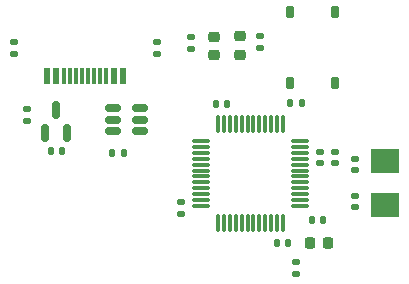
<source format=gtp>
G04 #@! TF.GenerationSoftware,KiCad,Pcbnew,(6.0.6-0)*
G04 #@! TF.CreationDate,2022-07-25T08:19:13+01:00*
G04 #@! TF.ProjectId,Spinny,5370696e-6e79-42e6-9b69-6361645f7063,rev?*
G04 #@! TF.SameCoordinates,Original*
G04 #@! TF.FileFunction,Paste,Top*
G04 #@! TF.FilePolarity,Positive*
%FSLAX46Y46*%
G04 Gerber Fmt 4.6, Leading zero omitted, Abs format (unit mm)*
G04 Created by KiCad (PCBNEW (6.0.6-0)) date 2022-07-25 08:19:13*
%MOMM*%
%LPD*%
G01*
G04 APERTURE LIST*
G04 Aperture macros list*
%AMRoundRect*
0 Rectangle with rounded corners*
0 $1 Rounding radius*
0 $2 $3 $4 $5 $6 $7 $8 $9 X,Y pos of 4 corners*
0 Add a 4 corners polygon primitive as box body*
4,1,4,$2,$3,$4,$5,$6,$7,$8,$9,$2,$3,0*
0 Add four circle primitives for the rounded corners*
1,1,$1+$1,$2,$3*
1,1,$1+$1,$4,$5*
1,1,$1+$1,$6,$7*
1,1,$1+$1,$8,$9*
0 Add four rect primitives between the rounded corners*
20,1,$1+$1,$2,$3,$4,$5,0*
20,1,$1+$1,$4,$5,$6,$7,0*
20,1,$1+$1,$6,$7,$8,$9,0*
20,1,$1+$1,$8,$9,$2,$3,0*%
G04 Aperture macros list end*
%ADD10RoundRect,0.218750X-0.256250X0.218750X-0.256250X-0.218750X0.256250X-0.218750X0.256250X0.218750X0*%
%ADD11RoundRect,0.135000X-0.185000X0.135000X-0.185000X-0.135000X0.185000X-0.135000X0.185000X0.135000X0*%
%ADD12RoundRect,0.140000X-0.140000X-0.170000X0.140000X-0.170000X0.140000X0.170000X-0.140000X0.170000X0*%
%ADD13R,2.400000X2.000000*%
%ADD14RoundRect,0.075000X0.662500X0.075000X-0.662500X0.075000X-0.662500X-0.075000X0.662500X-0.075000X0*%
%ADD15RoundRect,0.075000X0.075000X0.662500X-0.075000X0.662500X-0.075000X-0.662500X0.075000X-0.662500X0*%
%ADD16R,0.600000X1.450000*%
%ADD17R,0.300000X1.450000*%
%ADD18RoundRect,0.150000X0.150000X-0.587500X0.150000X0.587500X-0.150000X0.587500X-0.150000X-0.587500X0*%
%ADD19RoundRect,0.140000X0.140000X0.170000X-0.140000X0.170000X-0.140000X-0.170000X0.140000X-0.170000X0*%
%ADD20RoundRect,0.140000X-0.170000X0.140000X-0.170000X-0.140000X0.170000X-0.140000X0.170000X0.140000X0*%
%ADD21RoundRect,0.140000X0.170000X-0.140000X0.170000X0.140000X-0.170000X0.140000X-0.170000X-0.140000X0*%
%ADD22RoundRect,0.135000X-0.135000X-0.185000X0.135000X-0.185000X0.135000X0.185000X-0.135000X0.185000X0*%
%ADD23RoundRect,0.225000X-0.225000X-0.250000X0.225000X-0.250000X0.225000X0.250000X-0.225000X0.250000X0*%
%ADD24RoundRect,0.135000X0.185000X-0.135000X0.185000X0.135000X-0.185000X0.135000X-0.185000X-0.135000X0*%
%ADD25RoundRect,0.150000X-0.512500X-0.150000X0.512500X-0.150000X0.512500X0.150000X-0.512500X0.150000X0*%
%ADD26RoundRect,0.187500X0.187500X-0.312500X0.187500X0.312500X-0.187500X0.312500X-0.187500X-0.312500X0*%
G04 APERTURE END LIST*
D10*
G04 #@! TO.C,D1*
X160950000Y-74877500D03*
X160950000Y-76452500D03*
G04 #@! TD*
D11*
G04 #@! TO.C,R4*
X167850000Y-93940000D03*
X167850000Y-94960000D03*
G04 #@! TD*
D12*
G04 #@! TO.C,C5*
X161050000Y-80600000D03*
X162010000Y-80600000D03*
G04 #@! TD*
G04 #@! TO.C,C12*
X167370000Y-80450000D03*
X168330000Y-80450000D03*
G04 #@! TD*
D13*
G04 #@! TO.C,Y1*
X175410000Y-89120000D03*
X175410000Y-85420000D03*
G04 #@! TD*
D14*
G04 #@! TO.C,U3*
X168162500Y-89200000D03*
X168162500Y-88700000D03*
X168162500Y-88200000D03*
X168162500Y-87700000D03*
X168162500Y-87200000D03*
X168162500Y-86700000D03*
X168162500Y-86200000D03*
X168162500Y-85700000D03*
X168162500Y-85200000D03*
X168162500Y-84700000D03*
X168162500Y-84200000D03*
X168162500Y-83700000D03*
D15*
X166750000Y-82287500D03*
X166250000Y-82287500D03*
X165750000Y-82287500D03*
X165250000Y-82287500D03*
X164750000Y-82287500D03*
X164250000Y-82287500D03*
X163750000Y-82287500D03*
X163250000Y-82287500D03*
X162750000Y-82287500D03*
X162250000Y-82287500D03*
X161750000Y-82287500D03*
X161250000Y-82287500D03*
D14*
X159837500Y-83700000D03*
X159837500Y-84200000D03*
X159837500Y-84700000D03*
X159837500Y-85200000D03*
X159837500Y-85700000D03*
X159837500Y-86200000D03*
X159837500Y-86700000D03*
X159837500Y-87200000D03*
X159837500Y-87700000D03*
X159837500Y-88200000D03*
X159837500Y-88700000D03*
X159837500Y-89200000D03*
D15*
X161250000Y-90612500D03*
X161750000Y-90612500D03*
X162250000Y-90612500D03*
X162750000Y-90612500D03*
X163250000Y-90612500D03*
X163750000Y-90612500D03*
X164250000Y-90612500D03*
X164750000Y-90612500D03*
X165250000Y-90612500D03*
X165750000Y-90612500D03*
X166250000Y-90612500D03*
X166750000Y-90612500D03*
G04 #@! TD*
D16*
G04 #@! TO.C,J1*
X153250000Y-78175000D03*
X152450000Y-78175000D03*
D17*
X151250000Y-78175000D03*
X150250000Y-78175000D03*
X149750000Y-78175000D03*
X148750000Y-78175000D03*
D16*
X147550000Y-78175000D03*
X146750000Y-78175000D03*
X146750000Y-78175000D03*
X147550000Y-78175000D03*
D17*
X148250000Y-78175000D03*
X149250000Y-78175000D03*
X150750000Y-78175000D03*
X151750000Y-78175000D03*
D16*
X152450000Y-78175000D03*
X153250000Y-78175000D03*
G04 #@! TD*
D18*
G04 #@! TO.C,U1*
X146600000Y-82980000D03*
X148500000Y-82980000D03*
X147550000Y-81105000D03*
G04 #@! TD*
D19*
G04 #@! TO.C,C7*
X167180000Y-92300000D03*
X166220000Y-92300000D03*
G04 #@! TD*
D11*
G04 #@! TO.C,R6*
X164850000Y-74840000D03*
X164850000Y-75860000D03*
G04 #@! TD*
D12*
G04 #@! TO.C,C4*
X169200000Y-90400000D03*
X170160000Y-90400000D03*
G04 #@! TD*
D10*
G04 #@! TO.C,D2*
X163150000Y-74840000D03*
X163150000Y-76415000D03*
G04 #@! TD*
D20*
G04 #@! TO.C,C8*
X171150000Y-84600000D03*
X171150000Y-85560000D03*
G04 #@! TD*
G04 #@! TO.C,C10*
X172810000Y-88350000D03*
X172810000Y-89310000D03*
G04 #@! TD*
G04 #@! TO.C,C1*
X145100000Y-81020000D03*
X145100000Y-81980000D03*
G04 #@! TD*
D11*
G04 #@! TO.C,R1*
X156050000Y-75300000D03*
X156050000Y-76320000D03*
G04 #@! TD*
G04 #@! TO.C,R3*
X159000000Y-74850000D03*
X159000000Y-75870000D03*
G04 #@! TD*
D21*
G04 #@! TO.C,C11*
X172810000Y-86186000D03*
X172810000Y-85226000D03*
G04 #@! TD*
D22*
G04 #@! TO.C,R5*
X152290000Y-84680000D03*
X153310000Y-84680000D03*
G04 #@! TD*
D23*
G04 #@! TO.C,C3*
X169000000Y-92300000D03*
X170550000Y-92300000D03*
G04 #@! TD*
D24*
G04 #@! TO.C,R2*
X143940000Y-76310000D03*
X143940000Y-75290000D03*
G04 #@! TD*
D21*
G04 #@! TO.C,C6*
X158150000Y-89850000D03*
X158150000Y-88890000D03*
G04 #@! TD*
D25*
G04 #@! TO.C,U2*
X152382500Y-80930000D03*
X152382500Y-81880000D03*
X152382500Y-82830000D03*
X154657500Y-82830000D03*
X154657500Y-81880000D03*
X154657500Y-80930000D03*
G04 #@! TD*
D20*
G04 #@! TO.C,C9*
X169900000Y-84600000D03*
X169900000Y-85560000D03*
G04 #@! TD*
D19*
G04 #@! TO.C,C2*
X148060000Y-84580000D03*
X147100000Y-84580000D03*
G04 #@! TD*
D26*
G04 #@! TO.C,SW5*
X167375000Y-78800000D03*
X171125000Y-78800000D03*
X171125000Y-72800000D03*
X167375000Y-72800000D03*
G04 #@! TD*
M02*

</source>
